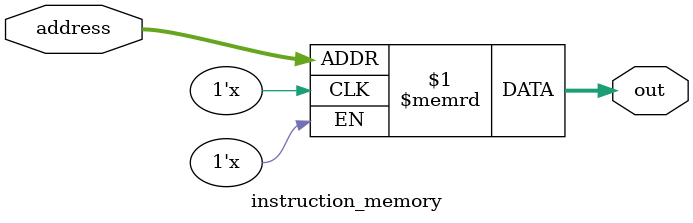
<source format=v>
module instruction_memory (
    address,
    out
);
  input [7:0] address;
  output [15:0] out;

  wire [7:0]   address;
  wire [15:0]   out;

  reg [15:0]    mem [0:255];

  assign out = mem[address];
endmodule

</source>
